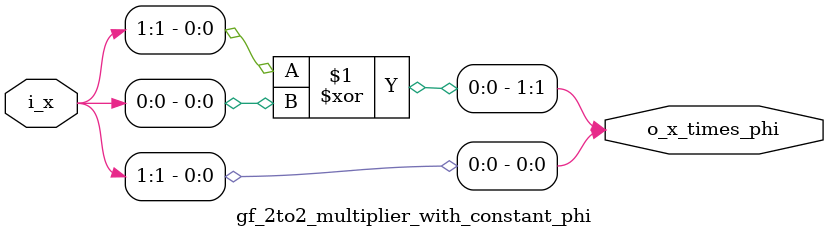
<source format=v>
module gf_2to2_multiplier_with_constant_phi
#(
    // PARAMETERS.
    parameter                                   NB_DATA         = 2 // [HINT] Works only if value is 2
)
(
    // OUTPUTS.
    output  wire        [ NB_DATA-1:0   ]       o_x_times_phi   ,
    // INPUTS.
    input   wire        [ NB_DATA-1:0   ]       i_x
);
//  QUICK_INSTANCE: BEGIN
/*
gf_2to2_multiplier_with_constant_phi
#(
    .NB_DATA        (  )
)
u_gf_2to2_multiplier_with_constant_phi
(
    .o_x_times_phi  (  ),
    .i_x            (  )
) ;
*/ // QUICK_INSTANCE: END

// ALGORITHM BEGIN
assign o_x_times_phi[1] = i_x[1] ^  i_x[0]  ;

assign o_x_times_phi[0] = i_x[1]            ;

endmodule // gf_2to2_multiplier_with_constant_phi

</source>
